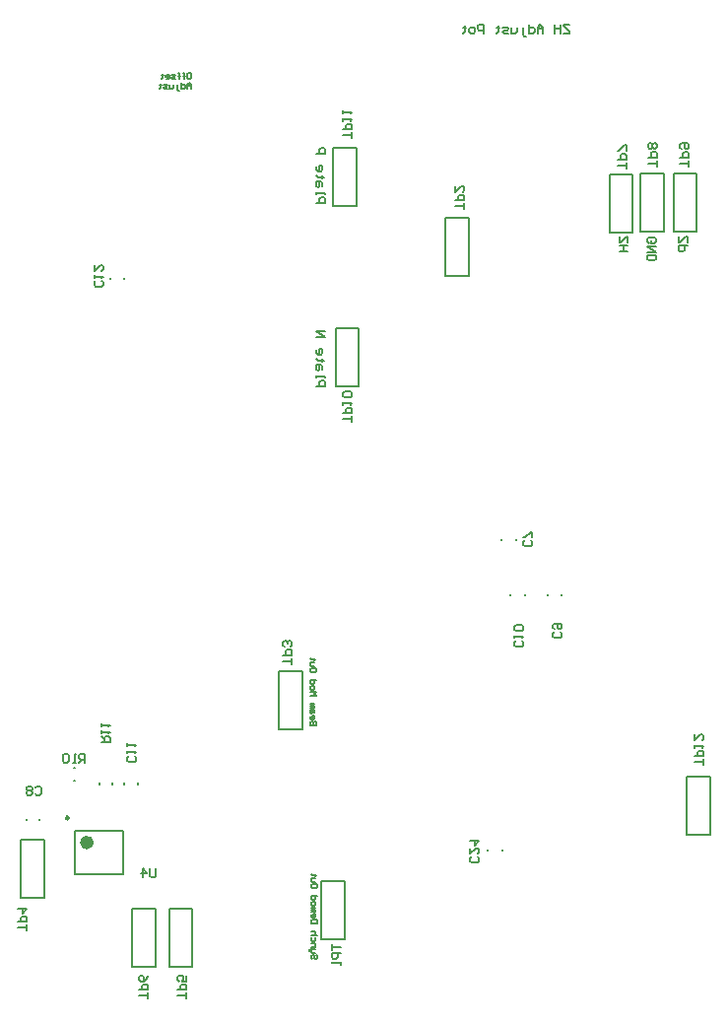
<source format=gbr>
G04 Layer_Color=32896*
%FSLAX26Y26*%
%MOIN*%
%TF.FileFunction,Legend,Bot*%
%TF.Part,Single*%
G01*
G75*
%TA.AperFunction,NonConductor*%
%ADD48C,0.009842*%
%ADD49C,0.023622*%
%ADD50C,0.007874*%
%ADD51C,0.005000*%
%ADD52C,0.005905*%
D48*
X381339Y1121252D02*
G03*
X381339Y1121252I-4921J0D01*
G01*
D49*
X454173Y1038575D02*
G03*
X454173Y1038575I-11811J0D01*
G01*
D50*
X1846717Y1011142D02*
Y1015079D01*
X1797504Y1011142D02*
Y1015079D01*
X520504Y2944142D02*
Y2948079D01*
X569716Y2944142D02*
Y2948079D01*
X2000394Y1873031D02*
Y1876968D01*
X2049606Y1873031D02*
Y1876968D01*
X1893740Y2061599D02*
Y2065536D01*
X1844528Y2061599D02*
Y2065536D01*
X282748Y1115142D02*
Y1119079D01*
X237472Y1115142D02*
Y1119079D01*
X1924606Y1873032D02*
Y1876968D01*
X1875394Y1873032D02*
Y1876968D01*
X402992Y1077945D02*
X564410D01*
X402992Y932275D02*
X564410D01*
X402992D02*
Y1077945D01*
X564410Y932275D02*
Y1077945D01*
X398142Y1290764D02*
X402079D01*
X398142Y1247457D02*
X402079D01*
X486457Y1236142D02*
Y1240079D01*
X529764Y1236142D02*
Y1240079D01*
X613748Y1236142D02*
Y1240079D01*
X568472Y1236142D02*
Y1240079D01*
D51*
X674283Y815449D02*
X674283Y618598D01*
X595543D02*
X674283D01*
X595543D02*
Y815449D01*
X674283D01*
X1275741Y3386622D02*
X1275741Y3189772D01*
X1275741Y3386622D02*
X1354481D01*
Y3189772D02*
Y3386622D01*
X1275741Y3189772D02*
X1354481D01*
X1362480Y2776449D02*
X1362480Y2579598D01*
X1283740D02*
X1362480D01*
X1283740D02*
Y2776449D01*
X1362480D01*
X2426740Y3300622D02*
X2426741Y3103772D01*
X2426740Y3300622D02*
X2505481D01*
Y3103772D02*
Y3300622D01*
X2426741Y3103772D02*
X2505481D01*
X2315741Y3300622D02*
X2315741Y3103772D01*
X2315741Y3300622D02*
X2394481D01*
Y3103772D02*
Y3300622D01*
X2315741Y3103772D02*
X2394481D01*
X2210740Y3299322D02*
X2210741Y3102472D01*
X2210740Y3299322D02*
X2289481D01*
Y3102472D02*
Y3299322D01*
X2210741Y3102472D02*
X2289481D01*
X1654741Y3152622D02*
X1654741Y2955772D01*
X1654741Y3152622D02*
X1733481D01*
Y2955772D02*
Y3152622D01*
X1654741Y2955772D02*
X1733481D01*
X1092741Y1618622D02*
X1092741Y1421772D01*
X1092741Y1618622D02*
X1171481D01*
Y1421772D02*
Y1618622D01*
X1092741Y1421772D02*
X1171481D01*
X799480Y815449D02*
X799480Y618598D01*
X720740D02*
X799480D01*
X720740D02*
Y815449D01*
X799480D01*
X297128Y1047197D02*
X297128Y850346D01*
X218388D02*
X297128D01*
X218388D02*
Y1047197D01*
X297128D01*
X1314480Y909449D02*
X1314480Y712598D01*
X1235740D02*
X1314480D01*
X1235740D02*
Y909449D01*
X1314480D01*
X2471740Y1262622D02*
X2471741Y1065772D01*
X2471740Y1262622D02*
X2550481D01*
Y1065772D02*
Y1262622D01*
X2471741Y1065772D02*
X2550481D01*
X784113Y3642760D02*
X790778D01*
X794110Y3639428D01*
Y3626099D01*
X790778Y3622767D01*
X784113D01*
X780781Y3626099D01*
Y3639428D01*
X784113Y3642760D01*
X770784Y3622767D02*
Y3639428D01*
Y3632764D01*
X774117D01*
X767452D01*
X770784D01*
Y3639428D01*
X767452Y3642760D01*
X754123Y3622767D02*
Y3639428D01*
Y3632764D01*
X757455D01*
X750791D01*
X754123D01*
Y3639428D01*
X750791Y3642760D01*
X740794Y3622767D02*
X730797D01*
X727465Y3626099D01*
X730797Y3629431D01*
X737462D01*
X740794Y3632764D01*
X737462Y3636096D01*
X727465D01*
X710804Y3622767D02*
X717468D01*
X720801Y3626099D01*
Y3632764D01*
X717468Y3636096D01*
X710804D01*
X707472Y3632764D01*
Y3629431D01*
X720801D01*
X697475Y3639428D02*
Y3636096D01*
X700807D01*
X694143D01*
X697475D01*
Y3626099D01*
X694143Y3622767D01*
X794110Y3586775D02*
Y3600104D01*
X787446Y3606768D01*
X780781Y3600104D01*
Y3586775D01*
Y3596771D01*
X794110D01*
X760788Y3606768D02*
Y3586775D01*
X770784D01*
X774117Y3590107D01*
Y3596771D01*
X770784Y3600104D01*
X760788D01*
X754123Y3580110D02*
X750791D01*
X747459Y3583442D01*
Y3600104D01*
X734130D02*
Y3590107D01*
X730797Y3586775D01*
X720801D01*
Y3600104D01*
X714136Y3586775D02*
X704139D01*
X700807Y3590107D01*
X704139Y3593439D01*
X710804D01*
X714136Y3596771D01*
X710804Y3600104D01*
X700807D01*
X690810Y3603436D02*
Y3600104D01*
X694143D01*
X687478D01*
X690810D01*
Y3590107D01*
X687478Y3586775D01*
X1218772Y659439D02*
X1222104Y656107D01*
Y649442D01*
X1218772Y646110D01*
X1215439D01*
X1212107Y649442D01*
Y656107D01*
X1208775Y659439D01*
X1205443D01*
X1202110Y656107D01*
Y649442D01*
X1205443Y646110D01*
X1215439Y666104D02*
X1205443D01*
X1202110Y669436D01*
Y679433D01*
X1198778D01*
X1195446Y676101D01*
Y672768D01*
X1202110Y679433D02*
X1215439D01*
X1202110Y686097D02*
X1215439D01*
Y696094D01*
X1212107Y699426D01*
X1202110D01*
X1215439Y719420D02*
Y709423D01*
X1212107Y706091D01*
X1205443D01*
X1202110Y709423D01*
Y719420D01*
X1222104Y726084D02*
X1202110D01*
X1212107D01*
X1215439Y729417D01*
Y736081D01*
X1212107Y739413D01*
X1202110D01*
X1222104Y766071D02*
X1202110D01*
Y776068D01*
X1205443Y779400D01*
X1218772D01*
X1222104Y776068D01*
Y766071D01*
X1202110Y796062D02*
Y789397D01*
X1205443Y786065D01*
X1212107D01*
X1215439Y789397D01*
Y796062D01*
X1212107Y799394D01*
X1208775D01*
Y786065D01*
X1202110Y806058D02*
X1215439D01*
Y809390D01*
X1212107Y812723D01*
X1202110D01*
X1212107D01*
X1215439Y816055D01*
X1212107Y819387D01*
X1202110D01*
Y829384D02*
Y836048D01*
X1205443Y839381D01*
X1212107D01*
X1215439Y836048D01*
Y829384D01*
X1212107Y826052D01*
X1205443D01*
X1202110Y829384D01*
X1222104Y859374D02*
X1202110D01*
Y849378D01*
X1205443Y846045D01*
X1212107D01*
X1215439Y849378D01*
Y859374D01*
X1222104Y896029D02*
Y889365D01*
X1218772Y886032D01*
X1205443D01*
X1202110Y889365D01*
Y896029D01*
X1205443Y899361D01*
X1218772D01*
X1222104Y896029D01*
X1215439Y906026D02*
X1205443D01*
X1202110Y909358D01*
Y919355D01*
X1215439D01*
X1218772Y929351D02*
X1215439D01*
Y926019D01*
Y932684D01*
Y929351D01*
X1205443D01*
X1202110Y932684D01*
X1218104Y1436110D02*
X1198110D01*
Y1446107D01*
X1201443Y1449439D01*
X1204775D01*
X1208107Y1446107D01*
Y1436110D01*
Y1446107D01*
X1211439Y1449439D01*
X1214772D01*
X1218104Y1446107D01*
Y1436110D01*
X1198110Y1466101D02*
Y1459436D01*
X1201443Y1456104D01*
X1208107D01*
X1211439Y1459436D01*
Y1466101D01*
X1208107Y1469433D01*
X1204775D01*
Y1456104D01*
X1211439Y1479429D02*
Y1486094D01*
X1208107Y1489426D01*
X1198110D01*
Y1479429D01*
X1201443Y1476097D01*
X1204775Y1479429D01*
Y1489426D01*
X1198110Y1496091D02*
X1211439D01*
Y1499423D01*
X1208107Y1502755D01*
X1198110D01*
X1208107D01*
X1211439Y1506088D01*
X1208107Y1509420D01*
X1198110D01*
Y1536078D02*
X1218104D01*
X1211439Y1542742D01*
X1218104Y1549407D01*
X1198110D01*
Y1559403D02*
Y1566068D01*
X1201443Y1569400D01*
X1208107D01*
X1211439Y1566068D01*
Y1559403D01*
X1208107Y1556071D01*
X1201443D01*
X1198110Y1559403D01*
X1218104Y1589394D02*
X1198110D01*
Y1579397D01*
X1201443Y1576065D01*
X1208107D01*
X1211439Y1579397D01*
Y1589394D01*
X1218104Y1626049D02*
Y1619384D01*
X1214772Y1616052D01*
X1201443D01*
X1198110Y1619384D01*
Y1626049D01*
X1201443Y1629381D01*
X1214772D01*
X1218104Y1626049D01*
X1211439Y1636045D02*
X1201443D01*
X1198110Y1639378D01*
Y1649374D01*
X1211439D01*
X1214772Y1659371D02*
X1211439D01*
Y1656039D01*
Y1662703D01*
Y1659371D01*
X1201443D01*
X1198110Y1662703D01*
D52*
X1220000Y3200000D02*
X1249518D01*
Y3214759D01*
X1244598Y3219679D01*
X1234759D01*
X1229839Y3214759D01*
Y3200000D01*
X1220000Y3229518D02*
Y3239358D01*
Y3234438D01*
X1249518D01*
Y3229518D01*
X1239679Y3259036D02*
Y3268876D01*
X1234759Y3273795D01*
X1220000D01*
Y3259036D01*
X1224920Y3254117D01*
X1229839Y3259036D01*
Y3273795D01*
X1244598Y3288554D02*
X1239679D01*
Y3283635D01*
Y3293474D01*
Y3288554D01*
X1224920D01*
X1220000Y3293474D01*
Y3322992D02*
Y3313153D01*
X1224920Y3308233D01*
X1234759D01*
X1239679Y3313153D01*
Y3322992D01*
X1234759Y3327912D01*
X1229839D01*
Y3308233D01*
X1220000Y3367269D02*
X1249518D01*
Y3382028D01*
X1244598Y3386948D01*
X1234759D01*
X1229839Y3382028D01*
Y3367269D01*
X1220000Y2580000D02*
X1249518D01*
Y2594759D01*
X1244598Y2599679D01*
X1234759D01*
X1229839Y2594759D01*
Y2580000D01*
X1220000Y2609518D02*
Y2619358D01*
Y2614438D01*
X1249518D01*
Y2609518D01*
X1239679Y2639036D02*
Y2648876D01*
X1234759Y2653795D01*
X1220000D01*
Y2639036D01*
X1224920Y2634117D01*
X1229839Y2639036D01*
Y2653795D01*
X1244598Y2668554D02*
X1239679D01*
Y2663635D01*
Y2673474D01*
Y2668554D01*
X1224920D01*
X1220000Y2673474D01*
Y2702992D02*
Y2693153D01*
X1224920Y2688233D01*
X1234759D01*
X1239679Y2693153D01*
Y2702992D01*
X1234759Y2707912D01*
X1229839D01*
Y2688233D01*
X1220000Y2747269D02*
X1249518D01*
X1220000Y2766948D01*
X1249518D01*
X1944598Y2059679D02*
X1949518Y2054759D01*
Y2044920D01*
X1944598Y2040000D01*
X1924920D01*
X1920000Y2044920D01*
Y2054759D01*
X1924920Y2059679D01*
X1949518Y2069518D02*
Y2089197D01*
X1944598D01*
X1924920Y2069518D01*
X1920000D01*
X2044598Y1749679D02*
X2049518Y1744759D01*
Y1734920D01*
X2044598Y1730000D01*
X2024920D01*
X2020000Y1734920D01*
Y1744759D01*
X2024920Y1749679D01*
Y1759518D02*
X2020000Y1764438D01*
Y1774277D01*
X2024920Y1779197D01*
X2044598D01*
X2049518Y1774277D01*
Y1764438D01*
X2044598Y1759518D01*
X2039679D01*
X2034759Y1764438D01*
Y1779197D01*
X1914598Y1719679D02*
X1919518Y1714759D01*
Y1704920D01*
X1914598Y1700000D01*
X1894920D01*
X1890000Y1704920D01*
Y1714759D01*
X1894920Y1719679D01*
X1890000Y1729518D02*
Y1739358D01*
Y1734438D01*
X1919518D01*
X1914598Y1729518D01*
Y1754117D02*
X1919518Y1759036D01*
Y1768876D01*
X1914598Y1773795D01*
X1894920D01*
X1890000Y1768876D01*
Y1759036D01*
X1894920Y1754117D01*
X1914598D01*
X492709Y2937789D02*
X497628Y2932869D01*
Y2923030D01*
X492709Y2918110D01*
X473030D01*
X468110Y2923030D01*
Y2932869D01*
X473030Y2937789D01*
X468110Y2947628D02*
Y2957468D01*
Y2952548D01*
X497628D01*
X492709Y2947628D01*
X468110Y2991905D02*
Y2972227D01*
X487789Y2991905D01*
X492709D01*
X497628Y2986986D01*
Y2977146D01*
X492709Y2972227D01*
X1764598Y989679D02*
X1769518Y984759D01*
Y974920D01*
X1764598Y970000D01*
X1744920D01*
X1740000Y974920D01*
Y984759D01*
X1744920Y989679D01*
X1740000Y1019197D02*
Y999518D01*
X1759679Y1019197D01*
X1764598D01*
X1769518Y1014277D01*
Y1004438D01*
X1764598Y999518D01*
X1740000Y1043795D02*
X1769518D01*
X1754759Y1029036D01*
Y1048715D01*
X1271592Y694110D02*
Y674432D01*
Y684271D01*
X1301110D01*
Y664592D02*
X1271592D01*
Y649833D01*
X1276512Y644913D01*
X1286351D01*
X1291271Y649833D01*
Y664592D01*
X1301110Y635074D02*
Y625235D01*
Y630154D01*
X1271592D01*
X1276512Y635074D01*
X1135628Y1642110D02*
Y1661789D01*
Y1651950D01*
X1106110D01*
Y1671628D02*
X1135628D01*
Y1686387D01*
X1130709Y1691307D01*
X1120869D01*
X1115950Y1686387D01*
Y1671628D01*
X1130709Y1701146D02*
X1135628Y1706066D01*
Y1715905D01*
X1130709Y1720825D01*
X1125789D01*
X1120869Y1715905D01*
Y1710986D01*
Y1715905D01*
X1115950Y1720825D01*
X1111030D01*
X1106110Y1715905D01*
Y1706066D01*
X1111030Y1701146D01*
X1719518Y3180000D02*
Y3199679D01*
Y3189839D01*
X1690000D01*
Y3209518D02*
X1719518D01*
Y3224277D01*
X1714598Y3229197D01*
X1704759D01*
X1699839Y3224277D01*
Y3209518D01*
X1690000Y3258715D02*
Y3239036D01*
X1709679Y3258715D01*
X1714598D01*
X1719518Y3253795D01*
Y3243956D01*
X1714598Y3239036D01*
X239518Y740000D02*
Y759679D01*
Y749839D01*
X210000D01*
Y769518D02*
X239518D01*
Y784277D01*
X234598Y789197D01*
X224759D01*
X219839Y784277D01*
Y769518D01*
X210000Y813795D02*
X239518D01*
X224759Y799036D01*
Y818715D01*
X779518Y510000D02*
Y529679D01*
Y519839D01*
X750000D01*
Y539518D02*
X779518D01*
Y554277D01*
X774598Y559197D01*
X764759D01*
X759839Y554277D01*
Y539518D01*
X779518Y588715D02*
Y569036D01*
X764759D01*
X769679Y578876D01*
Y583795D01*
X764759Y588715D01*
X754920D01*
X750000Y583795D01*
Y573956D01*
X754920Y569036D01*
X2267518Y3318000D02*
Y3337679D01*
Y3327839D01*
X2238000D01*
Y3347518D02*
X2267518D01*
Y3362277D01*
X2262598Y3367197D01*
X2252759D01*
X2247839Y3362277D01*
Y3347518D01*
X2267518Y3377036D02*
Y3396715D01*
X2262598D01*
X2242920Y3377036D01*
X2238000D01*
X2370975Y3325709D02*
Y3345387D01*
Y3335548D01*
X2341457D01*
Y3355227D02*
X2370975D01*
Y3369986D01*
X2366055Y3374906D01*
X2356216D01*
X2351296Y3369986D01*
Y3355227D01*
X2366055Y3384745D02*
X2370975Y3389665D01*
Y3399504D01*
X2366055Y3404424D01*
X2361135D01*
X2356216Y3399504D01*
X2351296Y3404424D01*
X2346376D01*
X2341457Y3399504D01*
Y3389665D01*
X2346376Y3384745D01*
X2351296D01*
X2356216Y3389665D01*
X2361135Y3384745D01*
X2366055D01*
X2356216Y3389665D02*
Y3399504D01*
X2479518Y3325000D02*
Y3344679D01*
Y3334839D01*
X2450000D01*
Y3354518D02*
X2479518D01*
Y3369277D01*
X2474598Y3374197D01*
X2464759D01*
X2459839Y3369277D01*
Y3354518D01*
X2454920Y3384036D02*
X2450000Y3388956D01*
Y3398795D01*
X2454920Y3403715D01*
X2474598D01*
X2479518Y3398795D01*
Y3388956D01*
X2474598Y3384036D01*
X2469679D01*
X2464759Y3388956D01*
Y3403715D01*
X1339518Y2460000D02*
Y2479679D01*
Y2469839D01*
X1310000D01*
Y2489518D02*
X1339518D01*
Y2504277D01*
X1334598Y2509197D01*
X1324759D01*
X1319839Y2504277D01*
Y2489518D01*
X1310000Y2519036D02*
Y2528876D01*
Y2523956D01*
X1339518D01*
X1334598Y2519036D01*
Y2543635D02*
X1339518Y2548554D01*
Y2558394D01*
X1334598Y2563313D01*
X1314920D01*
X1310000Y2558394D01*
Y2548554D01*
X1314920Y2543635D01*
X1334598D01*
X1339518Y3420000D02*
Y3439679D01*
Y3429839D01*
X1310000D01*
Y3449518D02*
X1339518D01*
Y3464277D01*
X1334598Y3469197D01*
X1324759D01*
X1319839Y3464277D01*
Y3449518D01*
X1310000Y3479036D02*
Y3488876D01*
Y3483956D01*
X1339518D01*
X1334598Y3479036D01*
X1310000Y3503635D02*
Y3513474D01*
Y3508554D01*
X1339518D01*
X1334598Y3503635D01*
X2529518Y1300000D02*
Y1319679D01*
Y1309839D01*
X2500000D01*
Y1329518D02*
X2529518D01*
Y1344277D01*
X2524598Y1349197D01*
X2514759D01*
X2509839Y1344277D01*
Y1329518D01*
X2500000Y1359036D02*
Y1368876D01*
Y1363956D01*
X2529518D01*
X2524598Y1359036D01*
X2500000Y1403313D02*
Y1383635D01*
X2519679Y1403313D01*
X2524598D01*
X2529518Y1398394D01*
Y1388554D01*
X2524598Y1383635D01*
X267321Y1223598D02*
X272241Y1228518D01*
X282080D01*
X287000Y1223598D01*
Y1203920D01*
X282080Y1199000D01*
X272241D01*
X267321Y1203920D01*
X257482Y1223598D02*
X252562Y1228518D01*
X242723D01*
X237803Y1223598D01*
Y1218679D01*
X242723Y1213759D01*
X237803Y1208839D01*
Y1203920D01*
X242723Y1199000D01*
X252562D01*
X257482Y1203920D01*
Y1208839D01*
X252562Y1213759D01*
X257482Y1218679D01*
Y1223598D01*
X252562Y1213759D02*
X242723D01*
X603709Y1329789D02*
X608628Y1324869D01*
Y1315030D01*
X603709Y1310110D01*
X584030D01*
X579110Y1315030D01*
Y1324869D01*
X584030Y1329789D01*
X579110Y1339628D02*
Y1349468D01*
Y1344548D01*
X608628D01*
X603709Y1339628D01*
X579110Y1364227D02*
Y1374066D01*
Y1369146D01*
X608628D01*
X603709Y1364227D01*
X435110Y1309110D02*
Y1338628D01*
X420351D01*
X415432Y1333709D01*
Y1323869D01*
X420351Y1318950D01*
X435110D01*
X425271D02*
X415432Y1309110D01*
X405592D02*
X395753D01*
X400672D01*
Y1338628D01*
X405592Y1333709D01*
X380994D02*
X376074Y1338628D01*
X366235D01*
X361315Y1333709D01*
Y1314030D01*
X366235Y1309110D01*
X376074D01*
X380994Y1314030D01*
Y1333709D01*
X491110Y1377110D02*
X520628D01*
Y1391869D01*
X515709Y1396789D01*
X505869D01*
X500950Y1391869D01*
Y1377110D01*
Y1386950D02*
X491110Y1396789D01*
Y1406628D02*
Y1416468D01*
Y1411548D01*
X520628D01*
X515709Y1406628D01*
X491110Y1431227D02*
Y1441066D01*
Y1436146D01*
X520628D01*
X515709Y1431227D01*
X649518Y510000D02*
Y529679D01*
Y519839D01*
X620000D01*
Y539518D02*
X649518D01*
Y554277D01*
X644598Y559197D01*
X634759D01*
X629839Y554277D01*
Y539518D01*
X649518Y588715D02*
X644598Y578876D01*
X634759Y569036D01*
X624920D01*
X620000Y573956D01*
Y583795D01*
X624920Y588715D01*
X629839D01*
X634759Y583795D01*
Y569036D01*
X675000Y950132D02*
Y925534D01*
X670080Y920614D01*
X660241D01*
X655321Y925534D01*
Y950132D01*
X630723Y920614D02*
Y950132D01*
X645482Y935373D01*
X625803D01*
X2243592Y3088110D02*
Y3068432D01*
X2248512D01*
X2268191Y3088110D01*
X2273110D01*
Y3068432D01*
X2243592Y3058592D02*
X2273110D01*
X2258351D01*
Y3038913D01*
X2243592D01*
X2273110D01*
X2343512Y3065432D02*
X2338592Y3070351D01*
Y3080191D01*
X2343512Y3085110D01*
X2363191D01*
X2368110Y3080191D01*
Y3070351D01*
X2363191Y3065432D01*
X2353351D01*
Y3075271D01*
X2368110Y3055592D02*
X2338592D01*
X2368110Y3035913D01*
X2338592D01*
Y3026074D02*
X2368110D01*
Y3011315D01*
X2363191Y3006395D01*
X2343512D01*
X2338592Y3011315D01*
Y3026074D01*
X2444592Y3087110D02*
Y3067432D01*
X2449512D01*
X2469191Y3087110D01*
X2474110D01*
Y3067432D01*
Y3057592D02*
X2444592D01*
Y3042833D01*
X2449512Y3037913D01*
X2459351D01*
X2464271Y3042833D01*
Y3057592D01*
X2075000Y3804518D02*
X2055321D01*
Y3799598D01*
X2075000Y3779920D01*
Y3775000D01*
X2055321D01*
X2045482Y3804518D02*
Y3775000D01*
Y3789759D01*
X2025803D01*
Y3804518D01*
Y3775000D01*
X1986446D02*
Y3794679D01*
X1976606Y3804518D01*
X1966767Y3794679D01*
Y3775000D01*
Y3789759D01*
X1986446D01*
X1937249Y3804518D02*
Y3775000D01*
X1952008D01*
X1956928Y3779920D01*
Y3789759D01*
X1952008Y3794679D01*
X1937249D01*
X1927409Y3765161D02*
X1922490D01*
X1917570Y3770080D01*
Y3794679D01*
X1897891D02*
Y3779920D01*
X1892972Y3775000D01*
X1878213D01*
Y3794679D01*
X1868373Y3775000D02*
X1853614D01*
X1848695Y3779920D01*
X1853614Y3784839D01*
X1863454D01*
X1868373Y3789759D01*
X1863454Y3794679D01*
X1848695D01*
X1833936Y3799598D02*
Y3794679D01*
X1838855D01*
X1829016D01*
X1833936D01*
Y3779920D01*
X1829016Y3775000D01*
X1784739D02*
Y3804518D01*
X1769980D01*
X1765060Y3799598D01*
Y3789759D01*
X1769980Y3784839D01*
X1784739D01*
X1750301Y3775000D02*
X1740462D01*
X1735542Y3779920D01*
Y3789759D01*
X1740462Y3794679D01*
X1750301D01*
X1755221Y3789759D01*
Y3779920D01*
X1750301Y3775000D01*
X1720783Y3799598D02*
Y3794679D01*
X1725703D01*
X1715863D01*
X1720783D01*
Y3779920D01*
X1715863Y3775000D01*
%TF.MD5,874377217152b6361c6bd6e54b97fbf9*%
M02*

</source>
